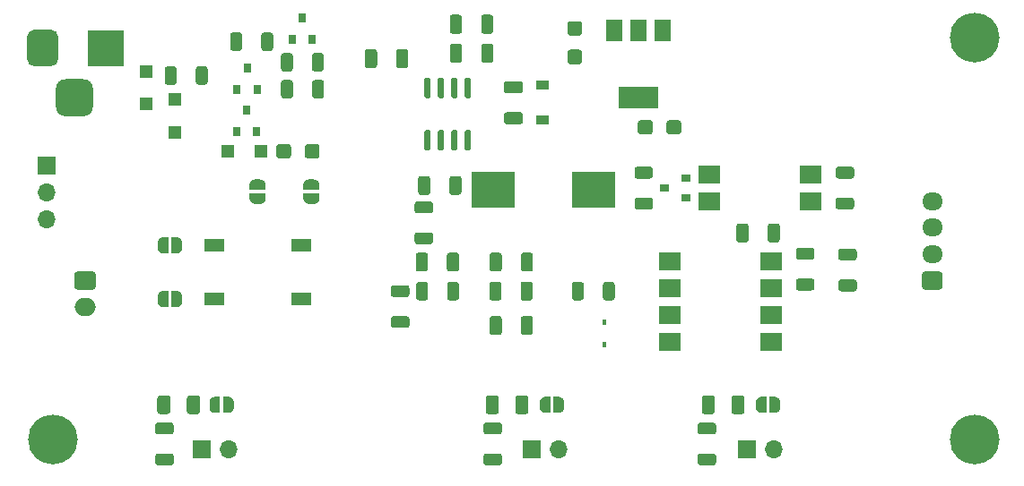
<source format=gbr>
%TF.GenerationSoftware,KiCad,Pcbnew,5.1.10-88a1d61d58~90~ubuntu21.04.1*%
%TF.CreationDate,2021-07-30T10:57:06+02:00*%
%TF.ProjectId,DccDecoder,44636344-6563-46f6-9465-722e6b696361,rev?*%
%TF.SameCoordinates,Original*%
%TF.FileFunction,Soldermask,Top*%
%TF.FilePolarity,Negative*%
%FSLAX46Y46*%
G04 Gerber Fmt 4.6, Leading zero omitted, Abs format (unit mm)*
G04 Created by KiCad (PCBNEW 5.1.10-88a1d61d58~90~ubuntu21.04.1) date 2021-07-30 10:57:06*
%MOMM*%
%LPD*%
G01*
G04 APERTURE LIST*
%ADD10R,1.220000X1.150000*%
%ADD11R,0.800000X0.900000*%
%ADD12C,4.700000*%
%ADD13R,4.100000X3.500000*%
%ADD14O,1.700000X1.700000*%
%ADD15R,1.700000X1.700000*%
%ADD16R,1.200000X0.900000*%
%ADD17R,1.150000X1.220000*%
%ADD18R,0.450000X0.600000*%
%ADD19R,3.500000X3.500000*%
%ADD20O,1.950000X1.700000*%
%ADD21C,0.100000*%
%ADD22R,1.900000X1.200000*%
%ADD23R,1.500000X2.000000*%
%ADD24R,3.800000X2.000000*%
%ADD25R,2.000000X1.780000*%
%ADD26R,0.900000X0.800000*%
%ADD27O,2.000000X1.700000*%
G04 APERTURE END LIST*
D10*
%TO.C,D8*%
X32800000Y-30300000D03*
X32800000Y-27200000D03*
%TD*%
%TO.C,R15*%
G36*
G01*
X43637500Y-25025001D02*
X43637500Y-23774999D01*
G75*
G02*
X43887499Y-23525000I249999J0D01*
G01*
X44512501Y-23525000D01*
G75*
G02*
X44762500Y-23774999I0J-249999D01*
G01*
X44762500Y-25025001D01*
G75*
G02*
X44512501Y-25275000I-249999J0D01*
G01*
X43887499Y-25275000D01*
G75*
G02*
X43637500Y-25025001I0J249999D01*
G01*
G37*
G36*
G01*
X40712500Y-25025001D02*
X40712500Y-23774999D01*
G75*
G02*
X40962499Y-23525000I249999J0D01*
G01*
X41587501Y-23525000D01*
G75*
G02*
X41837500Y-23774999I0J-249999D01*
G01*
X41837500Y-25025001D01*
G75*
G02*
X41587501Y-25275000I-249999J0D01*
G01*
X40962499Y-25275000D01*
G75*
G02*
X40712500Y-25025001I0J249999D01*
G01*
G37*
%TD*%
%TO.C,R14*%
G36*
G01*
X46637500Y-28274999D02*
X46637500Y-29525001D01*
G75*
G02*
X46387501Y-29775000I-249999J0D01*
G01*
X45762499Y-29775000D01*
G75*
G02*
X45512500Y-29525001I0J249999D01*
G01*
X45512500Y-28274999D01*
G75*
G02*
X45762499Y-28025000I249999J0D01*
G01*
X46387501Y-28025000D01*
G75*
G02*
X46637500Y-28274999I0J-249999D01*
G01*
G37*
G36*
G01*
X49562500Y-28274999D02*
X49562500Y-29525001D01*
G75*
G02*
X49312501Y-29775000I-249999J0D01*
G01*
X48687499Y-29775000D01*
G75*
G02*
X48437500Y-29525001I0J249999D01*
G01*
X48437500Y-28274999D01*
G75*
G02*
X48687499Y-28025000I249999J0D01*
G01*
X49312501Y-28025000D01*
G75*
G02*
X49562500Y-28274999I0J-249999D01*
G01*
G37*
%TD*%
D11*
%TO.C,Q3*%
X42300000Y-26900000D03*
X43250000Y-28900000D03*
X41350000Y-28900000D03*
%TD*%
D12*
%TO.C,H3*%
X111000000Y-24000000D03*
%TD*%
%TO.C,H2*%
X111000000Y-62000000D03*
%TD*%
%TO.C,H1*%
X24000000Y-62000000D03*
%TD*%
D13*
%TO.C,L1*%
X75000000Y-38400000D03*
X65500000Y-38400000D03*
%TD*%
D14*
%TO.C,J6*%
X92040000Y-63000000D03*
D15*
X89500000Y-63000000D03*
%TD*%
D14*
%TO.C,J5*%
X71750000Y-63000000D03*
D15*
X69210000Y-63000000D03*
%TD*%
%TO.C,R11*%
G36*
G01*
X58374999Y-42437500D02*
X59625001Y-42437500D01*
G75*
G02*
X59875000Y-42687499I0J-249999D01*
G01*
X59875000Y-43312501D01*
G75*
G02*
X59625001Y-43562500I-249999J0D01*
G01*
X58374999Y-43562500D01*
G75*
G02*
X58125000Y-43312501I0J249999D01*
G01*
X58125000Y-42687499D01*
G75*
G02*
X58374999Y-42437500I249999J0D01*
G01*
G37*
G36*
G01*
X58374999Y-39512500D02*
X59625001Y-39512500D01*
G75*
G02*
X59875000Y-39762499I0J-249999D01*
G01*
X59875000Y-40387501D01*
G75*
G02*
X59625001Y-40637500I-249999J0D01*
G01*
X58374999Y-40637500D01*
G75*
G02*
X58125000Y-40387501I0J249999D01*
G01*
X58125000Y-39762499D01*
G75*
G02*
X58374999Y-39512500I249999J0D01*
G01*
G37*
%TD*%
%TO.C,R13*%
G36*
G01*
X61187500Y-48625001D02*
X61187500Y-47374999D01*
G75*
G02*
X61437499Y-47125000I249999J0D01*
G01*
X62062501Y-47125000D01*
G75*
G02*
X62312500Y-47374999I0J-249999D01*
G01*
X62312500Y-48625001D01*
G75*
G02*
X62062501Y-48875000I-249999J0D01*
G01*
X61437499Y-48875000D01*
G75*
G02*
X61187500Y-48625001I0J249999D01*
G01*
G37*
G36*
G01*
X58262500Y-48625001D02*
X58262500Y-47374999D01*
G75*
G02*
X58512499Y-47125000I249999J0D01*
G01*
X59137501Y-47125000D01*
G75*
G02*
X59387500Y-47374999I0J-249999D01*
G01*
X59387500Y-48625001D01*
G75*
G02*
X59137501Y-48875000I-249999J0D01*
G01*
X58512499Y-48875000D01*
G75*
G02*
X58262500Y-48625001I0J249999D01*
G01*
G37*
%TD*%
%TO.C,R12*%
G36*
G01*
X57375001Y-48562500D02*
X56124999Y-48562500D01*
G75*
G02*
X55875000Y-48312501I0J249999D01*
G01*
X55875000Y-47687499D01*
G75*
G02*
X56124999Y-47437500I249999J0D01*
G01*
X57375001Y-47437500D01*
G75*
G02*
X57625000Y-47687499I0J-249999D01*
G01*
X57625000Y-48312501D01*
G75*
G02*
X57375001Y-48562500I-249999J0D01*
G01*
G37*
G36*
G01*
X57375001Y-51487500D02*
X56124999Y-51487500D01*
G75*
G02*
X55875000Y-51237501I0J249999D01*
G01*
X55875000Y-50612499D01*
G75*
G02*
X56124999Y-50362500I249999J0D01*
G01*
X57375001Y-50362500D01*
G75*
G02*
X57625000Y-50612499I0J-249999D01*
G01*
X57625000Y-51237501D01*
G75*
G02*
X57375001Y-51487500I-249999J0D01*
G01*
G37*
%TD*%
%TO.C,C11*%
G36*
G01*
X66325000Y-47349999D02*
X66325000Y-48650001D01*
G75*
G02*
X66075001Y-48900000I-249999J0D01*
G01*
X65424999Y-48900000D01*
G75*
G02*
X65175000Y-48650001I0J249999D01*
G01*
X65175000Y-47349999D01*
G75*
G02*
X65424999Y-47100000I249999J0D01*
G01*
X66075001Y-47100000D01*
G75*
G02*
X66325000Y-47349999I0J-249999D01*
G01*
G37*
G36*
G01*
X69275000Y-47349999D02*
X69275000Y-48650001D01*
G75*
G02*
X69025001Y-48900000I-249999J0D01*
G01*
X68374999Y-48900000D01*
G75*
G02*
X68125000Y-48650001I0J249999D01*
G01*
X68125000Y-47349999D01*
G75*
G02*
X68374999Y-47100000I249999J0D01*
G01*
X69025001Y-47100000D01*
G75*
G02*
X69275000Y-47349999I0J-249999D01*
G01*
G37*
%TD*%
%TO.C,U4*%
G36*
G01*
X63005000Y-32750000D02*
X63305000Y-32750000D01*
G75*
G02*
X63455000Y-32900000I0J-150000D01*
G01*
X63455000Y-34550000D01*
G75*
G02*
X63305000Y-34700000I-150000J0D01*
G01*
X63005000Y-34700000D01*
G75*
G02*
X62855000Y-34550000I0J150000D01*
G01*
X62855000Y-32900000D01*
G75*
G02*
X63005000Y-32750000I150000J0D01*
G01*
G37*
G36*
G01*
X61735000Y-32750000D02*
X62035000Y-32750000D01*
G75*
G02*
X62185000Y-32900000I0J-150000D01*
G01*
X62185000Y-34550000D01*
G75*
G02*
X62035000Y-34700000I-150000J0D01*
G01*
X61735000Y-34700000D01*
G75*
G02*
X61585000Y-34550000I0J150000D01*
G01*
X61585000Y-32900000D01*
G75*
G02*
X61735000Y-32750000I150000J0D01*
G01*
G37*
G36*
G01*
X60465000Y-32750000D02*
X60765000Y-32750000D01*
G75*
G02*
X60915000Y-32900000I0J-150000D01*
G01*
X60915000Y-34550000D01*
G75*
G02*
X60765000Y-34700000I-150000J0D01*
G01*
X60465000Y-34700000D01*
G75*
G02*
X60315000Y-34550000I0J150000D01*
G01*
X60315000Y-32900000D01*
G75*
G02*
X60465000Y-32750000I150000J0D01*
G01*
G37*
G36*
G01*
X59195000Y-32750000D02*
X59495000Y-32750000D01*
G75*
G02*
X59645000Y-32900000I0J-150000D01*
G01*
X59645000Y-34550000D01*
G75*
G02*
X59495000Y-34700000I-150000J0D01*
G01*
X59195000Y-34700000D01*
G75*
G02*
X59045000Y-34550000I0J150000D01*
G01*
X59045000Y-32900000D01*
G75*
G02*
X59195000Y-32750000I150000J0D01*
G01*
G37*
G36*
G01*
X59195000Y-27800000D02*
X59495000Y-27800000D01*
G75*
G02*
X59645000Y-27950000I0J-150000D01*
G01*
X59645000Y-29600000D01*
G75*
G02*
X59495000Y-29750000I-150000J0D01*
G01*
X59195000Y-29750000D01*
G75*
G02*
X59045000Y-29600000I0J150000D01*
G01*
X59045000Y-27950000D01*
G75*
G02*
X59195000Y-27800000I150000J0D01*
G01*
G37*
G36*
G01*
X60465000Y-27800000D02*
X60765000Y-27800000D01*
G75*
G02*
X60915000Y-27950000I0J-150000D01*
G01*
X60915000Y-29600000D01*
G75*
G02*
X60765000Y-29750000I-150000J0D01*
G01*
X60465000Y-29750000D01*
G75*
G02*
X60315000Y-29600000I0J150000D01*
G01*
X60315000Y-27950000D01*
G75*
G02*
X60465000Y-27800000I150000J0D01*
G01*
G37*
G36*
G01*
X61735000Y-27800000D02*
X62035000Y-27800000D01*
G75*
G02*
X62185000Y-27950000I0J-150000D01*
G01*
X62185000Y-29600000D01*
G75*
G02*
X62035000Y-29750000I-150000J0D01*
G01*
X61735000Y-29750000D01*
G75*
G02*
X61585000Y-29600000I0J150000D01*
G01*
X61585000Y-27950000D01*
G75*
G02*
X61735000Y-27800000I150000J0D01*
G01*
G37*
G36*
G01*
X63005000Y-27800000D02*
X63305000Y-27800000D01*
G75*
G02*
X63455000Y-27950000I0J-150000D01*
G01*
X63455000Y-29600000D01*
G75*
G02*
X63305000Y-29750000I-150000J0D01*
G01*
X63005000Y-29750000D01*
G75*
G02*
X62855000Y-29600000I0J150000D01*
G01*
X62855000Y-27950000D01*
G75*
G02*
X63005000Y-27800000I150000J0D01*
G01*
G37*
%TD*%
D16*
%TO.C,D7*%
X70200000Y-28500000D03*
X70200000Y-31800000D03*
%TD*%
D10*
%TO.C,D3*%
X35480000Y-29870000D03*
X35480000Y-32970000D03*
%TD*%
D17*
%TO.C,D2*%
X40470000Y-34770000D03*
X43570000Y-34770000D03*
%TD*%
D18*
%TO.C,D1*%
X76000000Y-53050000D03*
X76000000Y-50950000D03*
%TD*%
%TO.C,C13*%
G36*
G01*
X66350000Y-44599999D02*
X66350000Y-45900001D01*
G75*
G02*
X66100001Y-46150000I-249999J0D01*
G01*
X65449999Y-46150000D01*
G75*
G02*
X65200000Y-45900001I0J249999D01*
G01*
X65200000Y-44599999D01*
G75*
G02*
X65449999Y-44350000I249999J0D01*
G01*
X66100001Y-44350000D01*
G75*
G02*
X66350000Y-44599999I0J-249999D01*
G01*
G37*
G36*
G01*
X69300000Y-44599999D02*
X69300000Y-45900001D01*
G75*
G02*
X69050001Y-46150000I-249999J0D01*
G01*
X68399999Y-46150000D01*
G75*
G02*
X68150000Y-45900001I0J249999D01*
G01*
X68150000Y-44599999D01*
G75*
G02*
X68399999Y-44350000I249999J0D01*
G01*
X69050001Y-44350000D01*
G75*
G02*
X69300000Y-44599999I0J-249999D01*
G01*
G37*
%TD*%
%TO.C,C9*%
G36*
G01*
X54575000Y-25349999D02*
X54575000Y-26650001D01*
G75*
G02*
X54325001Y-26900000I-249999J0D01*
G01*
X53674999Y-26900000D01*
G75*
G02*
X53425000Y-26650001I0J249999D01*
G01*
X53425000Y-25349999D01*
G75*
G02*
X53674999Y-25100000I249999J0D01*
G01*
X54325001Y-25100000D01*
G75*
G02*
X54575000Y-25349999I0J-249999D01*
G01*
G37*
G36*
G01*
X57525000Y-25349999D02*
X57525000Y-26650001D01*
G75*
G02*
X57275001Y-26900000I-249999J0D01*
G01*
X56624999Y-26900000D01*
G75*
G02*
X56375000Y-26650001I0J249999D01*
G01*
X56375000Y-25349999D01*
G75*
G02*
X56624999Y-25100000I249999J0D01*
G01*
X57275001Y-25100000D01*
G75*
G02*
X57525000Y-25349999I0J-249999D01*
G01*
G37*
%TD*%
%TO.C,C8*%
G36*
G01*
X61175000Y-45900001D02*
X61175000Y-44599999D01*
G75*
G02*
X61424999Y-44350000I249999J0D01*
G01*
X62075001Y-44350000D01*
G75*
G02*
X62325000Y-44599999I0J-249999D01*
G01*
X62325000Y-45900001D01*
G75*
G02*
X62075001Y-46150000I-249999J0D01*
G01*
X61424999Y-46150000D01*
G75*
G02*
X61175000Y-45900001I0J249999D01*
G01*
G37*
G36*
G01*
X58225000Y-45900001D02*
X58225000Y-44599999D01*
G75*
G02*
X58474999Y-44350000I249999J0D01*
G01*
X59125001Y-44350000D01*
G75*
G02*
X59375000Y-44599999I0J-249999D01*
G01*
X59375000Y-45900001D01*
G75*
G02*
X59125001Y-46150000I-249999J0D01*
G01*
X58474999Y-46150000D01*
G75*
G02*
X58225000Y-45900001I0J249999D01*
G01*
G37*
%TD*%
%TO.C,C7*%
G36*
G01*
X64400000Y-23400001D02*
X64400000Y-22099999D01*
G75*
G02*
X64649999Y-21850000I249999J0D01*
G01*
X65300001Y-21850000D01*
G75*
G02*
X65550000Y-22099999I0J-249999D01*
G01*
X65550000Y-23400001D01*
G75*
G02*
X65300001Y-23650000I-249999J0D01*
G01*
X64649999Y-23650000D01*
G75*
G02*
X64400000Y-23400001I0J249999D01*
G01*
G37*
G36*
G01*
X61450000Y-23400001D02*
X61450000Y-22099999D01*
G75*
G02*
X61699999Y-21850000I249999J0D01*
G01*
X62350001Y-21850000D01*
G75*
G02*
X62600000Y-22099999I0J-249999D01*
G01*
X62600000Y-23400001D01*
G75*
G02*
X62350001Y-23650000I-249999J0D01*
G01*
X61699999Y-23650000D01*
G75*
G02*
X61450000Y-23400001I0J249999D01*
G01*
G37*
%TD*%
%TO.C,C6*%
G36*
G01*
X61400000Y-38650001D02*
X61400000Y-37349999D01*
G75*
G02*
X61649999Y-37100000I249999J0D01*
G01*
X62300001Y-37100000D01*
G75*
G02*
X62550000Y-37349999I0J-249999D01*
G01*
X62550000Y-38650001D01*
G75*
G02*
X62300001Y-38900000I-249999J0D01*
G01*
X61649999Y-38900000D01*
G75*
G02*
X61400000Y-38650001I0J249999D01*
G01*
G37*
G36*
G01*
X58450000Y-38650001D02*
X58450000Y-37349999D01*
G75*
G02*
X58699999Y-37100000I249999J0D01*
G01*
X59350001Y-37100000D01*
G75*
G02*
X59600000Y-37349999I0J-249999D01*
G01*
X59600000Y-38650001D01*
G75*
G02*
X59350001Y-38900000I-249999J0D01*
G01*
X58699999Y-38900000D01*
G75*
G02*
X58450000Y-38650001I0J249999D01*
G01*
G37*
%TD*%
%TO.C,R5*%
G36*
G01*
X99625001Y-45100000D02*
X98374999Y-45100000D01*
G75*
G02*
X98125000Y-44850001I0J249999D01*
G01*
X98125000Y-44224999D01*
G75*
G02*
X98374999Y-43975000I249999J0D01*
G01*
X99625001Y-43975000D01*
G75*
G02*
X99875000Y-44224999I0J-249999D01*
G01*
X99875000Y-44850001D01*
G75*
G02*
X99625001Y-45100000I-249999J0D01*
G01*
G37*
G36*
G01*
X99625001Y-48025000D02*
X98374999Y-48025000D01*
G75*
G02*
X98125000Y-47775001I0J249999D01*
G01*
X98125000Y-47149999D01*
G75*
G02*
X98374999Y-46900000I249999J0D01*
G01*
X99625001Y-46900000D01*
G75*
G02*
X99875000Y-47149999I0J-249999D01*
G01*
X99875000Y-47775001D01*
G75*
G02*
X99625001Y-48025000I-249999J0D01*
G01*
G37*
%TD*%
%TO.C,R4*%
G36*
G01*
X95625001Y-45012500D02*
X94374999Y-45012500D01*
G75*
G02*
X94125000Y-44762501I0J249999D01*
G01*
X94125000Y-44137499D01*
G75*
G02*
X94374999Y-43887500I249999J0D01*
G01*
X95625001Y-43887500D01*
G75*
G02*
X95875000Y-44137499I0J-249999D01*
G01*
X95875000Y-44762501D01*
G75*
G02*
X95625001Y-45012500I-249999J0D01*
G01*
G37*
G36*
G01*
X95625001Y-47937500D02*
X94374999Y-47937500D01*
G75*
G02*
X94125000Y-47687501I0J249999D01*
G01*
X94125000Y-47062499D01*
G75*
G02*
X94374999Y-46812500I249999J0D01*
G01*
X95625001Y-46812500D01*
G75*
G02*
X95875000Y-47062499I0J-249999D01*
G01*
X95875000Y-47687501D01*
G75*
G02*
X95625001Y-47937500I-249999J0D01*
G01*
G37*
%TD*%
%TO.C,R3*%
G36*
G01*
X98124999Y-39150000D02*
X99375001Y-39150000D01*
G75*
G02*
X99625000Y-39399999I0J-249999D01*
G01*
X99625000Y-40025001D01*
G75*
G02*
X99375001Y-40275000I-249999J0D01*
G01*
X98124999Y-40275000D01*
G75*
G02*
X97875000Y-40025001I0J249999D01*
G01*
X97875000Y-39399999D01*
G75*
G02*
X98124999Y-39150000I249999J0D01*
G01*
G37*
G36*
G01*
X98124999Y-36225000D02*
X99375001Y-36225000D01*
G75*
G02*
X99625000Y-36474999I0J-249999D01*
G01*
X99625000Y-37100001D01*
G75*
G02*
X99375001Y-37350000I-249999J0D01*
G01*
X98124999Y-37350000D01*
G75*
G02*
X97875000Y-37100001I0J249999D01*
G01*
X97875000Y-36474999D01*
G75*
G02*
X98124999Y-36225000I249999J0D01*
G01*
G37*
%TD*%
%TO.C,R2*%
G36*
G01*
X74100000Y-47374999D02*
X74100000Y-48625001D01*
G75*
G02*
X73850001Y-48875000I-249999J0D01*
G01*
X73224999Y-48875000D01*
G75*
G02*
X72975000Y-48625001I0J249999D01*
G01*
X72975000Y-47374999D01*
G75*
G02*
X73224999Y-47125000I249999J0D01*
G01*
X73850001Y-47125000D01*
G75*
G02*
X74100000Y-47374999I0J-249999D01*
G01*
G37*
G36*
G01*
X77025000Y-47374999D02*
X77025000Y-48625001D01*
G75*
G02*
X76775001Y-48875000I-249999J0D01*
G01*
X76149999Y-48875000D01*
G75*
G02*
X75900000Y-48625001I0J249999D01*
G01*
X75900000Y-47374999D01*
G75*
G02*
X76149999Y-47125000I249999J0D01*
G01*
X76775001Y-47125000D01*
G75*
G02*
X77025000Y-47374999I0J-249999D01*
G01*
G37*
%TD*%
%TO.C,C1*%
G36*
G01*
X47750000Y-35195001D02*
X47750000Y-34344999D01*
G75*
G02*
X47999999Y-34095000I249999J0D01*
G01*
X48900001Y-34095000D01*
G75*
G02*
X49150000Y-34344999I0J-249999D01*
G01*
X49150000Y-35195001D01*
G75*
G02*
X48900001Y-35445000I-249999J0D01*
G01*
X47999999Y-35445000D01*
G75*
G02*
X47750000Y-35195001I0J249999D01*
G01*
G37*
G36*
G01*
X45050000Y-35195001D02*
X45050000Y-34344999D01*
G75*
G02*
X45299999Y-34095000I249999J0D01*
G01*
X46200001Y-34095000D01*
G75*
G02*
X46450000Y-34344999I0J-249999D01*
G01*
X46450000Y-35195001D01*
G75*
G02*
X46200001Y-35445000I-249999J0D01*
G01*
X45299999Y-35445000D01*
G75*
G02*
X45050000Y-35195001I0J249999D01*
G01*
G37*
%TD*%
%TO.C,C3*%
G36*
G01*
X89650000Y-41849999D02*
X89650000Y-43150001D01*
G75*
G02*
X89400001Y-43400000I-249999J0D01*
G01*
X88749999Y-43400000D01*
G75*
G02*
X88500000Y-43150001I0J249999D01*
G01*
X88500000Y-41849999D01*
G75*
G02*
X88749999Y-41600000I249999J0D01*
G01*
X89400001Y-41600000D01*
G75*
G02*
X89650000Y-41849999I0J-249999D01*
G01*
G37*
G36*
G01*
X92600000Y-41849999D02*
X92600000Y-43150001D01*
G75*
G02*
X92350001Y-43400000I-249999J0D01*
G01*
X91699999Y-43400000D01*
G75*
G02*
X91450000Y-43150001I0J249999D01*
G01*
X91450000Y-41849999D01*
G75*
G02*
X91699999Y-41600000I249999J0D01*
G01*
X92350001Y-41600000D01*
G75*
G02*
X92600000Y-41849999I0J-249999D01*
G01*
G37*
%TD*%
%TO.C,R10*%
G36*
G01*
X85087498Y-63362500D02*
X86337502Y-63362500D01*
G75*
G02*
X86587500Y-63612498I0J-249998D01*
G01*
X86587500Y-64237502D01*
G75*
G02*
X86337502Y-64487500I-249998J0D01*
G01*
X85087498Y-64487500D01*
G75*
G02*
X84837500Y-64237502I0J249998D01*
G01*
X84837500Y-63612498D01*
G75*
G02*
X85087498Y-63362500I249998J0D01*
G01*
G37*
G36*
G01*
X85087498Y-60437500D02*
X86337502Y-60437500D01*
G75*
G02*
X86587500Y-60687498I0J-249998D01*
G01*
X86587500Y-61312502D01*
G75*
G02*
X86337502Y-61562500I-249998J0D01*
G01*
X85087498Y-61562500D01*
G75*
G02*
X84837500Y-61312502I0J249998D01*
G01*
X84837500Y-60687498D01*
G75*
G02*
X85087498Y-60437500I249998J0D01*
G01*
G37*
%TD*%
%TO.C,C12*%
G36*
G01*
X66350000Y-50599999D02*
X66350000Y-51900001D01*
G75*
G02*
X66100001Y-52150000I-249999J0D01*
G01*
X65449999Y-52150000D01*
G75*
G02*
X65200000Y-51900001I0J249999D01*
G01*
X65200000Y-50599999D01*
G75*
G02*
X65449999Y-50350000I249999J0D01*
G01*
X66100001Y-50350000D01*
G75*
G02*
X66350000Y-50599999I0J-249999D01*
G01*
G37*
G36*
G01*
X69300000Y-50599999D02*
X69300000Y-51900001D01*
G75*
G02*
X69050001Y-52150000I-249999J0D01*
G01*
X68399999Y-52150000D01*
G75*
G02*
X68150000Y-51900001I0J249999D01*
G01*
X68150000Y-50599999D01*
G75*
G02*
X68399999Y-50350000I249999J0D01*
G01*
X69050001Y-50350000D01*
G75*
G02*
X69300000Y-50599999I0J-249999D01*
G01*
G37*
%TD*%
%TO.C,C10*%
G36*
G01*
X66799999Y-31075000D02*
X68100001Y-31075000D01*
G75*
G02*
X68350000Y-31324999I0J-249999D01*
G01*
X68350000Y-31975001D01*
G75*
G02*
X68100001Y-32225000I-249999J0D01*
G01*
X66799999Y-32225000D01*
G75*
G02*
X66550000Y-31975001I0J249999D01*
G01*
X66550000Y-31324999D01*
G75*
G02*
X66799999Y-31075000I249999J0D01*
G01*
G37*
G36*
G01*
X66799999Y-28125000D02*
X68100001Y-28125000D01*
G75*
G02*
X68350000Y-28374999I0J-249999D01*
G01*
X68350000Y-29025001D01*
G75*
G02*
X68100001Y-29275000I-249999J0D01*
G01*
X66799999Y-29275000D01*
G75*
G02*
X66550000Y-29025001I0J249999D01*
G01*
X66550000Y-28374999D01*
G75*
G02*
X66799999Y-28125000I249999J0D01*
G01*
G37*
%TD*%
%TO.C,C5*%
G36*
G01*
X64400000Y-26150001D02*
X64400000Y-24849999D01*
G75*
G02*
X64649999Y-24600000I249999J0D01*
G01*
X65300001Y-24600000D01*
G75*
G02*
X65550000Y-24849999I0J-249999D01*
G01*
X65550000Y-26150001D01*
G75*
G02*
X65300001Y-26400000I-249999J0D01*
G01*
X64649999Y-26400000D01*
G75*
G02*
X64400000Y-26150001I0J249999D01*
G01*
G37*
G36*
G01*
X61450000Y-26150001D02*
X61450000Y-24849999D01*
G75*
G02*
X61699999Y-24600000I249999J0D01*
G01*
X62350001Y-24600000D01*
G75*
G02*
X62600000Y-24849999I0J-249999D01*
G01*
X62600000Y-26150001D01*
G75*
G02*
X62350001Y-26400000I-249999J0D01*
G01*
X61699999Y-26400000D01*
G75*
G02*
X61450000Y-26150001I0J249999D01*
G01*
G37*
%TD*%
%TO.C,J2*%
G36*
G01*
X24250000Y-30575000D02*
X24250000Y-28825000D01*
G75*
G02*
X25125000Y-27950000I875000J0D01*
G01*
X26875000Y-27950000D01*
G75*
G02*
X27750000Y-28825000I0J-875000D01*
G01*
X27750000Y-30575000D01*
G75*
G02*
X26875000Y-31450000I-875000J0D01*
G01*
X25125000Y-31450000D01*
G75*
G02*
X24250000Y-30575000I0J875000D01*
G01*
G37*
G36*
G01*
X21500000Y-26000000D02*
X21500000Y-24000000D01*
G75*
G02*
X22250000Y-23250000I750000J0D01*
G01*
X23750000Y-23250000D01*
G75*
G02*
X24500000Y-24000000I0J-750000D01*
G01*
X24500000Y-26000000D01*
G75*
G02*
X23750000Y-26750000I-750000J0D01*
G01*
X22250000Y-26750000D01*
G75*
G02*
X21500000Y-26000000I0J750000D01*
G01*
G37*
D19*
X29000000Y-25000000D03*
%TD*%
D20*
%TO.C,J7*%
X107000000Y-39500000D03*
X107000000Y-42000000D03*
X107000000Y-44500000D03*
G36*
G01*
X107725000Y-47850000D02*
X106275000Y-47850000D01*
G75*
G02*
X106025000Y-47600000I0J250000D01*
G01*
X106025000Y-46400000D01*
G75*
G02*
X106275000Y-46150000I250000J0D01*
G01*
X107725000Y-46150000D01*
G75*
G02*
X107975000Y-46400000I0J-250000D01*
G01*
X107975000Y-47600000D01*
G75*
G02*
X107725000Y-47850000I-250000J0D01*
G01*
G37*
%TD*%
D14*
%TO.C,J4*%
X40540000Y-63000000D03*
D15*
X38000000Y-63000000D03*
%TD*%
%TO.C,R9*%
G36*
G01*
X64874998Y-63362500D02*
X66125002Y-63362500D01*
G75*
G02*
X66375000Y-63612498I0J-249998D01*
G01*
X66375000Y-64237502D01*
G75*
G02*
X66125002Y-64487500I-249998J0D01*
G01*
X64874998Y-64487500D01*
G75*
G02*
X64625000Y-64237502I0J249998D01*
G01*
X64625000Y-63612498D01*
G75*
G02*
X64874998Y-63362500I249998J0D01*
G01*
G37*
G36*
G01*
X64874998Y-60437500D02*
X66125002Y-60437500D01*
G75*
G02*
X66375000Y-60687498I0J-249998D01*
G01*
X66375000Y-61312502D01*
G75*
G02*
X66125002Y-61562500I-249998J0D01*
G01*
X64874998Y-61562500D01*
G75*
G02*
X64625000Y-61312502I0J249998D01*
G01*
X64625000Y-60687498D01*
G75*
G02*
X64874998Y-60437500I249998J0D01*
G01*
G37*
%TD*%
%TO.C,R6*%
G36*
G01*
X33874998Y-63362500D02*
X35125002Y-63362500D01*
G75*
G02*
X35375000Y-63612498I0J-249998D01*
G01*
X35375000Y-64237502D01*
G75*
G02*
X35125002Y-64487500I-249998J0D01*
G01*
X33874998Y-64487500D01*
G75*
G02*
X33625000Y-64237502I0J249998D01*
G01*
X33625000Y-63612498D01*
G75*
G02*
X33874998Y-63362500I249998J0D01*
G01*
G37*
G36*
G01*
X33874998Y-60437500D02*
X35125002Y-60437500D01*
G75*
G02*
X35375000Y-60687498I0J-249998D01*
G01*
X35375000Y-61312502D01*
G75*
G02*
X35125002Y-61562500I-249998J0D01*
G01*
X33874998Y-61562500D01*
G75*
G02*
X33625000Y-61312502I0J249998D01*
G01*
X33625000Y-60687498D01*
G75*
G02*
X33874998Y-60437500I249998J0D01*
G01*
G37*
%TD*%
D21*
%TO.C,JP7*%
G36*
X70950000Y-59500000D02*
G01*
X70450000Y-59500000D01*
X70450000Y-59499398D01*
X70425466Y-59499398D01*
X70376635Y-59494588D01*
X70328510Y-59485016D01*
X70281555Y-59470772D01*
X70236222Y-59451995D01*
X70192949Y-59428864D01*
X70152150Y-59401604D01*
X70114221Y-59370476D01*
X70079524Y-59335779D01*
X70048396Y-59297850D01*
X70021136Y-59257051D01*
X69998005Y-59213778D01*
X69979228Y-59168445D01*
X69964984Y-59121490D01*
X69955412Y-59073365D01*
X69950602Y-59024534D01*
X69950602Y-59000000D01*
X69950000Y-59000000D01*
X69950000Y-58500000D01*
X69950602Y-58500000D01*
X69950602Y-58475466D01*
X69955412Y-58426635D01*
X69964984Y-58378510D01*
X69979228Y-58331555D01*
X69998005Y-58286222D01*
X70021136Y-58242949D01*
X70048396Y-58202150D01*
X70079524Y-58164221D01*
X70114221Y-58129524D01*
X70152150Y-58098396D01*
X70192949Y-58071136D01*
X70236222Y-58048005D01*
X70281555Y-58029228D01*
X70328510Y-58014984D01*
X70376635Y-58005412D01*
X70425466Y-58000602D01*
X70450000Y-58000602D01*
X70450000Y-58000000D01*
X70950000Y-58000000D01*
X70950000Y-59500000D01*
G37*
G36*
X71750000Y-58000602D02*
G01*
X71774534Y-58000602D01*
X71823365Y-58005412D01*
X71871490Y-58014984D01*
X71918445Y-58029228D01*
X71963778Y-58048005D01*
X72007051Y-58071136D01*
X72047850Y-58098396D01*
X72085779Y-58129524D01*
X72120476Y-58164221D01*
X72151604Y-58202150D01*
X72178864Y-58242949D01*
X72201995Y-58286222D01*
X72220772Y-58331555D01*
X72235016Y-58378510D01*
X72244588Y-58426635D01*
X72249398Y-58475466D01*
X72249398Y-58500000D01*
X72250000Y-58500000D01*
X72250000Y-59000000D01*
X72249398Y-59000000D01*
X72249398Y-59024534D01*
X72244588Y-59073365D01*
X72235016Y-59121490D01*
X72220772Y-59168445D01*
X72201995Y-59213778D01*
X72178864Y-59257051D01*
X72151604Y-59297850D01*
X72120476Y-59335779D01*
X72085779Y-59370476D01*
X72047850Y-59401604D01*
X72007051Y-59428864D01*
X71963778Y-59451995D01*
X71918445Y-59470772D01*
X71871490Y-59485016D01*
X71823365Y-59494588D01*
X71774534Y-59499398D01*
X71750000Y-59499398D01*
X71750000Y-59500000D01*
X71250000Y-59500000D01*
X71250000Y-58000000D01*
X71750000Y-58000000D01*
X71750000Y-58000602D01*
G37*
%TD*%
%TO.C,JP6*%
G36*
X39750000Y-59500000D02*
G01*
X39250000Y-59500000D01*
X39250000Y-59499398D01*
X39225466Y-59499398D01*
X39176635Y-59494588D01*
X39128510Y-59485016D01*
X39081555Y-59470772D01*
X39036222Y-59451995D01*
X38992949Y-59428864D01*
X38952150Y-59401604D01*
X38914221Y-59370476D01*
X38879524Y-59335779D01*
X38848396Y-59297850D01*
X38821136Y-59257051D01*
X38798005Y-59213778D01*
X38779228Y-59168445D01*
X38764984Y-59121490D01*
X38755412Y-59073365D01*
X38750602Y-59024534D01*
X38750602Y-59000000D01*
X38750000Y-59000000D01*
X38750000Y-58500000D01*
X38750602Y-58500000D01*
X38750602Y-58475466D01*
X38755412Y-58426635D01*
X38764984Y-58378510D01*
X38779228Y-58331555D01*
X38798005Y-58286222D01*
X38821136Y-58242949D01*
X38848396Y-58202150D01*
X38879524Y-58164221D01*
X38914221Y-58129524D01*
X38952150Y-58098396D01*
X38992949Y-58071136D01*
X39036222Y-58048005D01*
X39081555Y-58029228D01*
X39128510Y-58014984D01*
X39176635Y-58005412D01*
X39225466Y-58000602D01*
X39250000Y-58000602D01*
X39250000Y-58000000D01*
X39750000Y-58000000D01*
X39750000Y-59500000D01*
G37*
G36*
X40550000Y-58000602D02*
G01*
X40574534Y-58000602D01*
X40623365Y-58005412D01*
X40671490Y-58014984D01*
X40718445Y-58029228D01*
X40763778Y-58048005D01*
X40807051Y-58071136D01*
X40847850Y-58098396D01*
X40885779Y-58129524D01*
X40920476Y-58164221D01*
X40951604Y-58202150D01*
X40978864Y-58242949D01*
X41001995Y-58286222D01*
X41020772Y-58331555D01*
X41035016Y-58378510D01*
X41044588Y-58426635D01*
X41049398Y-58475466D01*
X41049398Y-58500000D01*
X41050000Y-58500000D01*
X41050000Y-59000000D01*
X41049398Y-59000000D01*
X41049398Y-59024534D01*
X41044588Y-59073365D01*
X41035016Y-59121490D01*
X41020772Y-59168445D01*
X41001995Y-59213778D01*
X40978864Y-59257051D01*
X40951604Y-59297850D01*
X40920476Y-59335779D01*
X40885779Y-59370476D01*
X40847850Y-59401604D01*
X40807051Y-59428864D01*
X40763778Y-59451995D01*
X40718445Y-59470772D01*
X40671490Y-59485016D01*
X40623365Y-59494588D01*
X40574534Y-59499398D01*
X40550000Y-59499398D01*
X40550000Y-59500000D01*
X40050000Y-59500000D01*
X40050000Y-58000000D01*
X40550000Y-58000000D01*
X40550000Y-58000602D01*
G37*
%TD*%
%TO.C,JP5*%
G36*
X91350000Y-59500000D02*
G01*
X90850000Y-59500000D01*
X90850000Y-59499398D01*
X90825466Y-59499398D01*
X90776635Y-59494588D01*
X90728510Y-59485016D01*
X90681555Y-59470772D01*
X90636222Y-59451995D01*
X90592949Y-59428864D01*
X90552150Y-59401604D01*
X90514221Y-59370476D01*
X90479524Y-59335779D01*
X90448396Y-59297850D01*
X90421136Y-59257051D01*
X90398005Y-59213778D01*
X90379228Y-59168445D01*
X90364984Y-59121490D01*
X90355412Y-59073365D01*
X90350602Y-59024534D01*
X90350602Y-59000000D01*
X90350000Y-59000000D01*
X90350000Y-58500000D01*
X90350602Y-58500000D01*
X90350602Y-58475466D01*
X90355412Y-58426635D01*
X90364984Y-58378510D01*
X90379228Y-58331555D01*
X90398005Y-58286222D01*
X90421136Y-58242949D01*
X90448396Y-58202150D01*
X90479524Y-58164221D01*
X90514221Y-58129524D01*
X90552150Y-58098396D01*
X90592949Y-58071136D01*
X90636222Y-58048005D01*
X90681555Y-58029228D01*
X90728510Y-58014984D01*
X90776635Y-58005412D01*
X90825466Y-58000602D01*
X90850000Y-58000602D01*
X90850000Y-58000000D01*
X91350000Y-58000000D01*
X91350000Y-59500000D01*
G37*
G36*
X92150000Y-58000602D02*
G01*
X92174534Y-58000602D01*
X92223365Y-58005412D01*
X92271490Y-58014984D01*
X92318445Y-58029228D01*
X92363778Y-58048005D01*
X92407051Y-58071136D01*
X92447850Y-58098396D01*
X92485779Y-58129524D01*
X92520476Y-58164221D01*
X92551604Y-58202150D01*
X92578864Y-58242949D01*
X92601995Y-58286222D01*
X92620772Y-58331555D01*
X92635016Y-58378510D01*
X92644588Y-58426635D01*
X92649398Y-58475466D01*
X92649398Y-58500000D01*
X92650000Y-58500000D01*
X92650000Y-59000000D01*
X92649398Y-59000000D01*
X92649398Y-59024534D01*
X92644588Y-59073365D01*
X92635016Y-59121490D01*
X92620772Y-59168445D01*
X92601995Y-59213778D01*
X92578864Y-59257051D01*
X92551604Y-59297850D01*
X92520476Y-59335779D01*
X92485779Y-59370476D01*
X92447850Y-59401604D01*
X92407051Y-59428864D01*
X92363778Y-59451995D01*
X92318445Y-59470772D01*
X92271490Y-59485016D01*
X92223365Y-59494588D01*
X92174534Y-59499398D01*
X92150000Y-59499398D01*
X92150000Y-59500000D01*
X91650000Y-59500000D01*
X91650000Y-58000000D01*
X92150000Y-58000000D01*
X92150000Y-58000602D01*
G37*
%TD*%
%TO.C,D6*%
G36*
G01*
X88025000Y-59375000D02*
X88025000Y-58125000D01*
G75*
G02*
X88275000Y-57875000I250000J0D01*
G01*
X89025000Y-57875000D01*
G75*
G02*
X89275000Y-58125000I0J-250000D01*
G01*
X89275000Y-59375000D01*
G75*
G02*
X89025000Y-59625000I-250000J0D01*
G01*
X88275000Y-59625000D01*
G75*
G02*
X88025000Y-59375000I0J250000D01*
G01*
G37*
G36*
G01*
X85225000Y-59375000D02*
X85225000Y-58125000D01*
G75*
G02*
X85475000Y-57875000I250000J0D01*
G01*
X86225000Y-57875000D01*
G75*
G02*
X86475000Y-58125000I0J-250000D01*
G01*
X86475000Y-59375000D01*
G75*
G02*
X86225000Y-59625000I-250000J0D01*
G01*
X85475000Y-59625000D01*
G75*
G02*
X85225000Y-59375000I0J250000D01*
G01*
G37*
%TD*%
%TO.C,D5*%
G36*
G01*
X67625000Y-59375000D02*
X67625000Y-58125000D01*
G75*
G02*
X67875000Y-57875000I250000J0D01*
G01*
X68625000Y-57875000D01*
G75*
G02*
X68875000Y-58125000I0J-250000D01*
G01*
X68875000Y-59375000D01*
G75*
G02*
X68625000Y-59625000I-250000J0D01*
G01*
X67875000Y-59625000D01*
G75*
G02*
X67625000Y-59375000I0J250000D01*
G01*
G37*
G36*
G01*
X64825000Y-59375000D02*
X64825000Y-58125000D01*
G75*
G02*
X65075000Y-57875000I250000J0D01*
G01*
X65825000Y-57875000D01*
G75*
G02*
X66075000Y-58125000I0J-250000D01*
G01*
X66075000Y-59375000D01*
G75*
G02*
X65825000Y-59625000I-250000J0D01*
G01*
X65075000Y-59625000D01*
G75*
G02*
X64825000Y-59375000I0J250000D01*
G01*
G37*
%TD*%
%TO.C,D4*%
G36*
G01*
X36625000Y-59375000D02*
X36625000Y-58125000D01*
G75*
G02*
X36875000Y-57875000I250000J0D01*
G01*
X37625000Y-57875000D01*
G75*
G02*
X37875000Y-58125000I0J-250000D01*
G01*
X37875000Y-59375000D01*
G75*
G02*
X37625000Y-59625000I-250000J0D01*
G01*
X36875000Y-59625000D01*
G75*
G02*
X36625000Y-59375000I0J250000D01*
G01*
G37*
G36*
G01*
X33825000Y-59375000D02*
X33825000Y-58125000D01*
G75*
G02*
X34075000Y-57875000I250000J0D01*
G01*
X34825000Y-57875000D01*
G75*
G02*
X35075000Y-58125000I0J-250000D01*
G01*
X35075000Y-59375000D01*
G75*
G02*
X34825000Y-59625000I-250000J0D01*
G01*
X34075000Y-59625000D01*
G75*
G02*
X33825000Y-59375000I0J250000D01*
G01*
G37*
%TD*%
D22*
%TO.C,BR1*%
X39165580Y-48749590D03*
X39165580Y-43649590D03*
X47415580Y-48749590D03*
X47415580Y-43649590D03*
%TD*%
D23*
%TO.C,U1*%
X81550000Y-23350000D03*
X76950000Y-23350000D03*
X79250000Y-23350000D03*
D24*
X79250000Y-29650000D03*
%TD*%
%TO.C,R8*%
G36*
G01*
X46622500Y-25724998D02*
X46622500Y-26975002D01*
G75*
G02*
X46372502Y-27225000I-249998J0D01*
G01*
X45747498Y-27225000D01*
G75*
G02*
X45497500Y-26975002I0J249998D01*
G01*
X45497500Y-25724998D01*
G75*
G02*
X45747498Y-25475000I249998J0D01*
G01*
X46372502Y-25475000D01*
G75*
G02*
X46622500Y-25724998I0J-249998D01*
G01*
G37*
G36*
G01*
X49547500Y-25724998D02*
X49547500Y-26975002D01*
G75*
G02*
X49297502Y-27225000I-249998J0D01*
G01*
X48672498Y-27225000D01*
G75*
G02*
X48422500Y-26975002I0J249998D01*
G01*
X48422500Y-25724998D01*
G75*
G02*
X48672498Y-25475000I249998J0D01*
G01*
X49297502Y-25475000D01*
G75*
G02*
X49547500Y-25724998I0J-249998D01*
G01*
G37*
%TD*%
%TO.C,R7*%
G36*
G01*
X35657500Y-26984998D02*
X35657500Y-28235002D01*
G75*
G02*
X35407502Y-28485000I-249998J0D01*
G01*
X34782498Y-28485000D01*
G75*
G02*
X34532500Y-28235002I0J249998D01*
G01*
X34532500Y-26984998D01*
G75*
G02*
X34782498Y-26735000I249998J0D01*
G01*
X35407502Y-26735000D01*
G75*
G02*
X35657500Y-26984998I0J-249998D01*
G01*
G37*
G36*
G01*
X38582500Y-26984998D02*
X38582500Y-28235002D01*
G75*
G02*
X38332502Y-28485000I-249998J0D01*
G01*
X37707498Y-28485000D01*
G75*
G02*
X37457500Y-28235002I0J249998D01*
G01*
X37457500Y-26984998D01*
G75*
G02*
X37707498Y-26735000I249998J0D01*
G01*
X38332502Y-26735000D01*
G75*
G02*
X38582500Y-26984998I0J-249998D01*
G01*
G37*
%TD*%
D11*
%TO.C,Q4*%
X47500000Y-22150000D03*
X48450000Y-24150000D03*
X46550000Y-24150000D03*
%TD*%
%TO.C,Q2*%
X42250000Y-30900000D03*
X43200000Y-32900000D03*
X41300000Y-32900000D03*
%TD*%
D14*
%TO.C,J3*%
X23400000Y-41230000D03*
X23400000Y-38690000D03*
D15*
X23400000Y-36150000D03*
%TD*%
%TO.C,C4*%
G36*
G01*
X81900000Y-32925001D02*
X81900000Y-32074999D01*
G75*
G02*
X82149999Y-31825000I249999J0D01*
G01*
X83050001Y-31825000D01*
G75*
G02*
X83300000Y-32074999I0J-249999D01*
G01*
X83300000Y-32925001D01*
G75*
G02*
X83050001Y-33175000I-249999J0D01*
G01*
X82149999Y-33175000D01*
G75*
G02*
X81900000Y-32925001I0J249999D01*
G01*
G37*
G36*
G01*
X79200000Y-32925001D02*
X79200000Y-32074999D01*
G75*
G02*
X79449999Y-31825000I249999J0D01*
G01*
X80350001Y-31825000D01*
G75*
G02*
X80600000Y-32074999I0J-249999D01*
G01*
X80600000Y-32925001D01*
G75*
G02*
X80350001Y-33175000I-249999J0D01*
G01*
X79449999Y-33175000D01*
G75*
G02*
X79200000Y-32925001I0J249999D01*
G01*
G37*
%TD*%
%TO.C,C2*%
G36*
G01*
X72824999Y-25150000D02*
X73675001Y-25150000D01*
G75*
G02*
X73925000Y-25399999I0J-249999D01*
G01*
X73925000Y-26300001D01*
G75*
G02*
X73675001Y-26550000I-249999J0D01*
G01*
X72824999Y-26550000D01*
G75*
G02*
X72575000Y-26300001I0J249999D01*
G01*
X72575000Y-25399999D01*
G75*
G02*
X72824999Y-25150000I249999J0D01*
G01*
G37*
G36*
G01*
X72824999Y-22450000D02*
X73675001Y-22450000D01*
G75*
G02*
X73925000Y-22699999I0J-249999D01*
G01*
X73925000Y-23600001D01*
G75*
G02*
X73675001Y-23850000I-249999J0D01*
G01*
X72824999Y-23850000D01*
G75*
G02*
X72575000Y-23600001I0J249999D01*
G01*
X72575000Y-22699999D01*
G75*
G02*
X72824999Y-22450000I249999J0D01*
G01*
G37*
%TD*%
D25*
%TO.C,U3*%
X85985000Y-39520000D03*
X95515000Y-36980000D03*
X85985000Y-36980000D03*
X95515000Y-39520000D03*
%TD*%
%TO.C,U2*%
X91765000Y-45190000D03*
X82235000Y-52810000D03*
X91765000Y-47730000D03*
X82235000Y-50270000D03*
X91765000Y-50270000D03*
X82235000Y-47730000D03*
X91765000Y-52810000D03*
X82235000Y-45190000D03*
%TD*%
%TO.C,R1*%
G36*
G01*
X79124998Y-39150000D02*
X80375002Y-39150000D01*
G75*
G02*
X80625000Y-39399998I0J-249998D01*
G01*
X80625000Y-40025002D01*
G75*
G02*
X80375002Y-40275000I-249998J0D01*
G01*
X79124998Y-40275000D01*
G75*
G02*
X78875000Y-40025002I0J249998D01*
G01*
X78875000Y-39399998D01*
G75*
G02*
X79124998Y-39150000I249998J0D01*
G01*
G37*
G36*
G01*
X79124998Y-36225000D02*
X80375002Y-36225000D01*
G75*
G02*
X80625000Y-36474998I0J-249998D01*
G01*
X80625000Y-37100002D01*
G75*
G02*
X80375002Y-37350000I-249998J0D01*
G01*
X79124998Y-37350000D01*
G75*
G02*
X78875000Y-37100002I0J249998D01*
G01*
X78875000Y-36474998D01*
G75*
G02*
X79124998Y-36225000I249998J0D01*
G01*
G37*
%TD*%
D26*
%TO.C,Q1*%
X81750000Y-38250000D03*
X83750000Y-37300000D03*
X83750000Y-39200000D03*
%TD*%
D21*
%TO.C,JP4*%
G36*
X44040000Y-38730000D02*
G01*
X44040000Y-39230000D01*
X44039398Y-39230000D01*
X44039398Y-39254534D01*
X44034588Y-39303365D01*
X44025016Y-39351490D01*
X44010772Y-39398445D01*
X43991995Y-39443778D01*
X43968864Y-39487051D01*
X43941604Y-39527850D01*
X43910476Y-39565779D01*
X43875779Y-39600476D01*
X43837850Y-39631604D01*
X43797051Y-39658864D01*
X43753778Y-39681995D01*
X43708445Y-39700772D01*
X43661490Y-39715016D01*
X43613365Y-39724588D01*
X43564534Y-39729398D01*
X43540000Y-39729398D01*
X43540000Y-39730000D01*
X43040000Y-39730000D01*
X43040000Y-39729398D01*
X43015466Y-39729398D01*
X42966635Y-39724588D01*
X42918510Y-39715016D01*
X42871555Y-39700772D01*
X42826222Y-39681995D01*
X42782949Y-39658864D01*
X42742150Y-39631604D01*
X42704221Y-39600476D01*
X42669524Y-39565779D01*
X42638396Y-39527850D01*
X42611136Y-39487051D01*
X42588005Y-39443778D01*
X42569228Y-39398445D01*
X42554984Y-39351490D01*
X42545412Y-39303365D01*
X42540602Y-39254534D01*
X42540602Y-39230000D01*
X42540000Y-39230000D01*
X42540000Y-38730000D01*
X44040000Y-38730000D01*
G37*
G36*
X42540602Y-37930000D02*
G01*
X42540602Y-37905466D01*
X42545412Y-37856635D01*
X42554984Y-37808510D01*
X42569228Y-37761555D01*
X42588005Y-37716222D01*
X42611136Y-37672949D01*
X42638396Y-37632150D01*
X42669524Y-37594221D01*
X42704221Y-37559524D01*
X42742150Y-37528396D01*
X42782949Y-37501136D01*
X42826222Y-37478005D01*
X42871555Y-37459228D01*
X42918510Y-37444984D01*
X42966635Y-37435412D01*
X43015466Y-37430602D01*
X43040000Y-37430602D01*
X43040000Y-37430000D01*
X43540000Y-37430000D01*
X43540000Y-37430602D01*
X43564534Y-37430602D01*
X43613365Y-37435412D01*
X43661490Y-37444984D01*
X43708445Y-37459228D01*
X43753778Y-37478005D01*
X43797051Y-37501136D01*
X43837850Y-37528396D01*
X43875779Y-37559524D01*
X43910476Y-37594221D01*
X43941604Y-37632150D01*
X43968864Y-37672949D01*
X43991995Y-37716222D01*
X44010772Y-37761555D01*
X44025016Y-37808510D01*
X44034588Y-37856635D01*
X44039398Y-37905466D01*
X44039398Y-37930000D01*
X44040000Y-37930000D01*
X44040000Y-38430000D01*
X42540000Y-38430000D01*
X42540000Y-37930000D01*
X42540602Y-37930000D01*
G37*
%TD*%
%TO.C,JP3*%
G36*
X49120000Y-38730000D02*
G01*
X49120000Y-39230000D01*
X49119398Y-39230000D01*
X49119398Y-39254534D01*
X49114588Y-39303365D01*
X49105016Y-39351490D01*
X49090772Y-39398445D01*
X49071995Y-39443778D01*
X49048864Y-39487051D01*
X49021604Y-39527850D01*
X48990476Y-39565779D01*
X48955779Y-39600476D01*
X48917850Y-39631604D01*
X48877051Y-39658864D01*
X48833778Y-39681995D01*
X48788445Y-39700772D01*
X48741490Y-39715016D01*
X48693365Y-39724588D01*
X48644534Y-39729398D01*
X48620000Y-39729398D01*
X48620000Y-39730000D01*
X48120000Y-39730000D01*
X48120000Y-39729398D01*
X48095466Y-39729398D01*
X48046635Y-39724588D01*
X47998510Y-39715016D01*
X47951555Y-39700772D01*
X47906222Y-39681995D01*
X47862949Y-39658864D01*
X47822150Y-39631604D01*
X47784221Y-39600476D01*
X47749524Y-39565779D01*
X47718396Y-39527850D01*
X47691136Y-39487051D01*
X47668005Y-39443778D01*
X47649228Y-39398445D01*
X47634984Y-39351490D01*
X47625412Y-39303365D01*
X47620602Y-39254534D01*
X47620602Y-39230000D01*
X47620000Y-39230000D01*
X47620000Y-38730000D01*
X49120000Y-38730000D01*
G37*
G36*
X47620602Y-37930000D02*
G01*
X47620602Y-37905466D01*
X47625412Y-37856635D01*
X47634984Y-37808510D01*
X47649228Y-37761555D01*
X47668005Y-37716222D01*
X47691136Y-37672949D01*
X47718396Y-37632150D01*
X47749524Y-37594221D01*
X47784221Y-37559524D01*
X47822150Y-37528396D01*
X47862949Y-37501136D01*
X47906222Y-37478005D01*
X47951555Y-37459228D01*
X47998510Y-37444984D01*
X48046635Y-37435412D01*
X48095466Y-37430602D01*
X48120000Y-37430602D01*
X48120000Y-37430000D01*
X48620000Y-37430000D01*
X48620000Y-37430602D01*
X48644534Y-37430602D01*
X48693365Y-37435412D01*
X48741490Y-37444984D01*
X48788445Y-37459228D01*
X48833778Y-37478005D01*
X48877051Y-37501136D01*
X48917850Y-37528396D01*
X48955779Y-37559524D01*
X48990476Y-37594221D01*
X49021604Y-37632150D01*
X49048864Y-37672949D01*
X49071995Y-37716222D01*
X49090772Y-37761555D01*
X49105016Y-37808510D01*
X49114588Y-37856635D01*
X49119398Y-37905466D01*
X49119398Y-37930000D01*
X49120000Y-37930000D01*
X49120000Y-38430000D01*
X47620000Y-38430000D01*
X47620000Y-37930000D01*
X47620602Y-37930000D01*
G37*
%TD*%
%TO.C,JP2*%
G36*
X35170000Y-42910000D02*
G01*
X35670000Y-42910000D01*
X35670000Y-42910602D01*
X35694534Y-42910602D01*
X35743365Y-42915412D01*
X35791490Y-42924984D01*
X35838445Y-42939228D01*
X35883778Y-42958005D01*
X35927051Y-42981136D01*
X35967850Y-43008396D01*
X36005779Y-43039524D01*
X36040476Y-43074221D01*
X36071604Y-43112150D01*
X36098864Y-43152949D01*
X36121995Y-43196222D01*
X36140772Y-43241555D01*
X36155016Y-43288510D01*
X36164588Y-43336635D01*
X36169398Y-43385466D01*
X36169398Y-43410000D01*
X36170000Y-43410000D01*
X36170000Y-43910000D01*
X36169398Y-43910000D01*
X36169398Y-43934534D01*
X36164588Y-43983365D01*
X36155016Y-44031490D01*
X36140772Y-44078445D01*
X36121995Y-44123778D01*
X36098864Y-44167051D01*
X36071604Y-44207850D01*
X36040476Y-44245779D01*
X36005779Y-44280476D01*
X35967850Y-44311604D01*
X35927051Y-44338864D01*
X35883778Y-44361995D01*
X35838445Y-44380772D01*
X35791490Y-44395016D01*
X35743365Y-44404588D01*
X35694534Y-44409398D01*
X35670000Y-44409398D01*
X35670000Y-44410000D01*
X35170000Y-44410000D01*
X35170000Y-42910000D01*
G37*
G36*
X34370000Y-44409398D02*
G01*
X34345466Y-44409398D01*
X34296635Y-44404588D01*
X34248510Y-44395016D01*
X34201555Y-44380772D01*
X34156222Y-44361995D01*
X34112949Y-44338864D01*
X34072150Y-44311604D01*
X34034221Y-44280476D01*
X33999524Y-44245779D01*
X33968396Y-44207850D01*
X33941136Y-44167051D01*
X33918005Y-44123778D01*
X33899228Y-44078445D01*
X33884984Y-44031490D01*
X33875412Y-43983365D01*
X33870602Y-43934534D01*
X33870602Y-43910000D01*
X33870000Y-43910000D01*
X33870000Y-43410000D01*
X33870602Y-43410000D01*
X33870602Y-43385466D01*
X33875412Y-43336635D01*
X33884984Y-43288510D01*
X33899228Y-43241555D01*
X33918005Y-43196222D01*
X33941136Y-43152949D01*
X33968396Y-43112150D01*
X33999524Y-43074221D01*
X34034221Y-43039524D01*
X34072150Y-43008396D01*
X34112949Y-42981136D01*
X34156222Y-42958005D01*
X34201555Y-42939228D01*
X34248510Y-42924984D01*
X34296635Y-42915412D01*
X34345466Y-42910602D01*
X34370000Y-42910602D01*
X34370000Y-42910000D01*
X34870000Y-42910000D01*
X34870000Y-44410000D01*
X34370000Y-44410000D01*
X34370000Y-44409398D01*
G37*
%TD*%
%TO.C,JP1*%
G36*
X35170000Y-47990000D02*
G01*
X35670000Y-47990000D01*
X35670000Y-47990602D01*
X35694534Y-47990602D01*
X35743365Y-47995412D01*
X35791490Y-48004984D01*
X35838445Y-48019228D01*
X35883778Y-48038005D01*
X35927051Y-48061136D01*
X35967850Y-48088396D01*
X36005779Y-48119524D01*
X36040476Y-48154221D01*
X36071604Y-48192150D01*
X36098864Y-48232949D01*
X36121995Y-48276222D01*
X36140772Y-48321555D01*
X36155016Y-48368510D01*
X36164588Y-48416635D01*
X36169398Y-48465466D01*
X36169398Y-48490000D01*
X36170000Y-48490000D01*
X36170000Y-48990000D01*
X36169398Y-48990000D01*
X36169398Y-49014534D01*
X36164588Y-49063365D01*
X36155016Y-49111490D01*
X36140772Y-49158445D01*
X36121995Y-49203778D01*
X36098864Y-49247051D01*
X36071604Y-49287850D01*
X36040476Y-49325779D01*
X36005779Y-49360476D01*
X35967850Y-49391604D01*
X35927051Y-49418864D01*
X35883778Y-49441995D01*
X35838445Y-49460772D01*
X35791490Y-49475016D01*
X35743365Y-49484588D01*
X35694534Y-49489398D01*
X35670000Y-49489398D01*
X35670000Y-49490000D01*
X35170000Y-49490000D01*
X35170000Y-47990000D01*
G37*
G36*
X34370000Y-49489398D02*
G01*
X34345466Y-49489398D01*
X34296635Y-49484588D01*
X34248510Y-49475016D01*
X34201555Y-49460772D01*
X34156222Y-49441995D01*
X34112949Y-49418864D01*
X34072150Y-49391604D01*
X34034221Y-49360476D01*
X33999524Y-49325779D01*
X33968396Y-49287850D01*
X33941136Y-49247051D01*
X33918005Y-49203778D01*
X33899228Y-49158445D01*
X33884984Y-49111490D01*
X33875412Y-49063365D01*
X33870602Y-49014534D01*
X33870602Y-48990000D01*
X33870000Y-48990000D01*
X33870000Y-48490000D01*
X33870602Y-48490000D01*
X33870602Y-48465466D01*
X33875412Y-48416635D01*
X33884984Y-48368510D01*
X33899228Y-48321555D01*
X33918005Y-48276222D01*
X33941136Y-48232949D01*
X33968396Y-48192150D01*
X33999524Y-48154221D01*
X34034221Y-48119524D01*
X34072150Y-48088396D01*
X34112949Y-48061136D01*
X34156222Y-48038005D01*
X34201555Y-48019228D01*
X34248510Y-48004984D01*
X34296635Y-47995412D01*
X34345466Y-47990602D01*
X34370000Y-47990602D01*
X34370000Y-47990000D01*
X34870000Y-47990000D01*
X34870000Y-49490000D01*
X34370000Y-49490000D01*
X34370000Y-49489398D01*
G37*
%TD*%
D27*
%TO.C,J1*%
X27000000Y-49500000D03*
G36*
G01*
X26250000Y-46150000D02*
X27750000Y-46150000D01*
G75*
G02*
X28000000Y-46400000I0J-250000D01*
G01*
X28000000Y-47600000D01*
G75*
G02*
X27750000Y-47850000I-250000J0D01*
G01*
X26250000Y-47850000D01*
G75*
G02*
X26000000Y-47600000I0J250000D01*
G01*
X26000000Y-46400000D01*
G75*
G02*
X26250000Y-46150000I250000J0D01*
G01*
G37*
%TD*%
M02*

</source>
